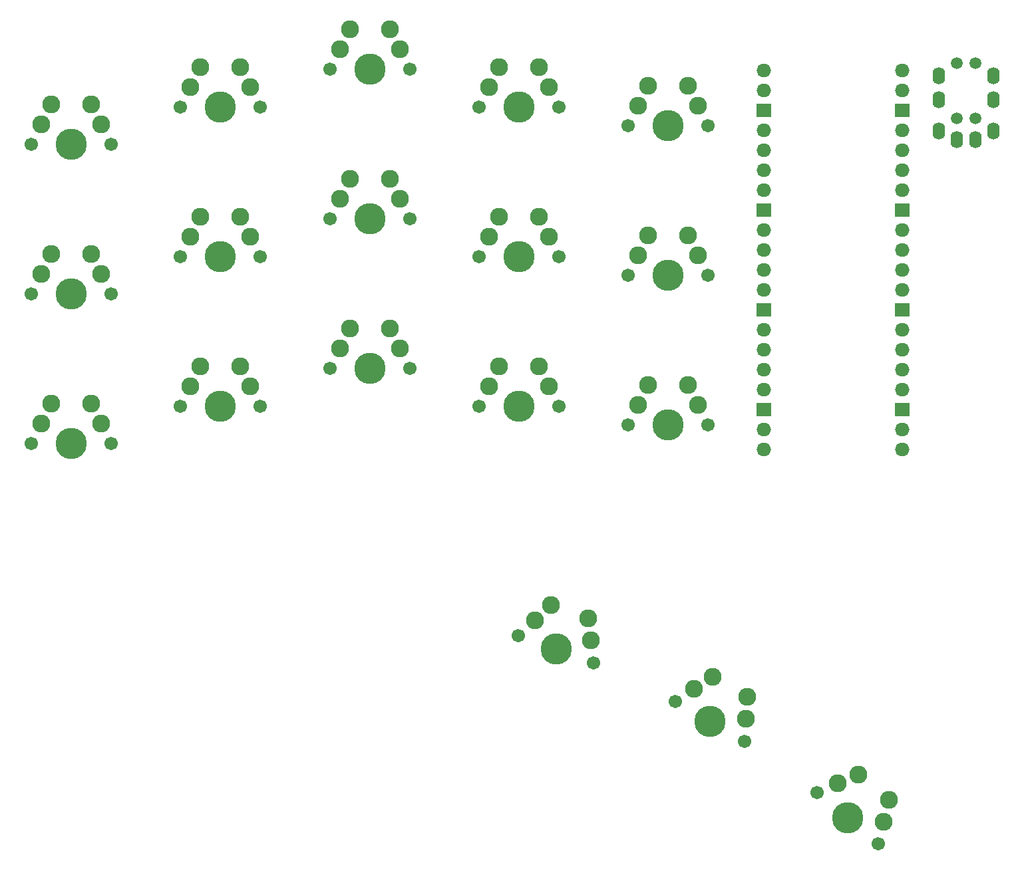
<source format=gts>
%TF.GenerationSoftware,KiCad,Pcbnew,7.0.1*%
%TF.CreationDate,2023-03-26T02:24:17-04:00*%
%TF.ProjectId,giraffe36_pcb_routed,67697261-6666-4653-9336-5f7063625f72,v1.0.0*%
%TF.SameCoordinates,Original*%
%TF.FileFunction,Soldermask,Top*%
%TF.FilePolarity,Negative*%
%FSLAX46Y46*%
G04 Gerber Fmt 4.6, Leading zero omitted, Abs format (unit mm)*
G04 Created by KiCad (PCBNEW 7.0.1) date 2023-03-26 02:24:17*
%MOMM*%
%LPD*%
G01*
G04 APERTURE LIST*
%ADD10C,3.987800*%
%ADD11C,1.701800*%
%ADD12C,2.286000*%
%ADD13O,1.840000X1.700000*%
%ADD14R,1.840000X1.700000*%
%ADD15C,1.500000*%
%ADD16O,1.600000X2.200000*%
G04 APERTURE END LIST*
D10*
%TO.C,S1*%
X152400000Y-152400000D03*
D11*
X157480000Y-152400000D03*
X147320000Y-152400000D03*
D12*
X154940000Y-147320000D03*
X148590000Y-149860000D03*
X149860000Y-147320000D03*
X156210000Y-149860000D03*
%TD*%
D10*
%TO.C,S2*%
X152400000Y-133350000D03*
D11*
X157480000Y-133350000D03*
X147320000Y-133350000D03*
D12*
X154940000Y-128270000D03*
X148590000Y-130810000D03*
X149860000Y-128270000D03*
X156210000Y-130810000D03*
%TD*%
D10*
%TO.C,S3*%
X152400000Y-114300000D03*
D11*
X157480000Y-114300000D03*
X147320000Y-114300000D03*
D12*
X154940000Y-109220000D03*
X148590000Y-111760000D03*
X149860000Y-109220000D03*
X156210000Y-111760000D03*
%TD*%
D10*
%TO.C,S4*%
X171400000Y-147637500D03*
D11*
X176480000Y-147637500D03*
X166320000Y-147637500D03*
D12*
X173940000Y-142557500D03*
X167590000Y-145097500D03*
X168860000Y-142557500D03*
X175210000Y-145097500D03*
%TD*%
D10*
%TO.C,S5*%
X171400000Y-128587500D03*
D11*
X176480000Y-128587500D03*
X166320000Y-128587500D03*
D12*
X173940000Y-123507500D03*
X167590000Y-126047500D03*
X168860000Y-123507500D03*
X175210000Y-126047500D03*
%TD*%
D10*
%TO.C,S6*%
X171400000Y-109537500D03*
D11*
X176480000Y-109537500D03*
X166320000Y-109537500D03*
D12*
X173940000Y-104457500D03*
X167590000Y-106997500D03*
X168860000Y-104457500D03*
X175210000Y-106997500D03*
%TD*%
D10*
%TO.C,S7*%
X190400000Y-142875000D03*
D11*
X195480000Y-142875000D03*
X185320000Y-142875000D03*
D12*
X192940000Y-137795000D03*
X186590000Y-140335000D03*
X187860000Y-137795000D03*
X194210000Y-140335000D03*
%TD*%
D10*
%TO.C,S8*%
X190400000Y-123825000D03*
D11*
X195480000Y-123825000D03*
X185320000Y-123825000D03*
D12*
X192940000Y-118745000D03*
X186590000Y-121285000D03*
X187860000Y-118745000D03*
X194210000Y-121285000D03*
%TD*%
D10*
%TO.C,S9*%
X190400000Y-104775000D03*
D11*
X195480000Y-104775000D03*
X185320000Y-104775000D03*
D12*
X192940000Y-99695000D03*
X186590000Y-102235000D03*
X187860000Y-99695000D03*
X194210000Y-102235000D03*
%TD*%
D10*
%TO.C,S10*%
X209400000Y-147637500D03*
D11*
X214480000Y-147637500D03*
X204320000Y-147637500D03*
D12*
X211940000Y-142557500D03*
X205590000Y-145097500D03*
X206860000Y-142557500D03*
X213210000Y-145097500D03*
%TD*%
D10*
%TO.C,S11*%
X209400000Y-128587500D03*
D11*
X214480000Y-128587500D03*
X204320000Y-128587500D03*
D12*
X211940000Y-123507500D03*
X205590000Y-126047500D03*
X206860000Y-123507500D03*
X213210000Y-126047500D03*
%TD*%
D10*
%TO.C,S12*%
X209400000Y-109537500D03*
D11*
X214480000Y-109537500D03*
X204320000Y-109537500D03*
D12*
X211940000Y-104457500D03*
X205590000Y-106997500D03*
X206860000Y-104457500D03*
X213210000Y-106997500D03*
%TD*%
D10*
%TO.C,S13*%
X228400000Y-150018750D03*
D11*
X233480000Y-150018750D03*
X223320000Y-150018750D03*
D12*
X230940000Y-144938750D03*
X224590000Y-147478750D03*
X225860000Y-144938750D03*
X232210000Y-147478750D03*
%TD*%
D10*
%TO.C,S14*%
X228400000Y-130968750D03*
D11*
X233480000Y-130968750D03*
X223320000Y-130968750D03*
D12*
X230940000Y-125888750D03*
X224590000Y-128428750D03*
X225860000Y-125888750D03*
X232210000Y-128428750D03*
%TD*%
D10*
%TO.C,S15*%
X228400000Y-111918750D03*
D11*
X233480000Y-111918750D03*
X223320000Y-111918750D03*
D12*
X230940000Y-106838750D03*
X224590000Y-109378750D03*
X225860000Y-106838750D03*
X232210000Y-109378750D03*
%TD*%
D10*
%TO.C,S16*%
X214112500Y-178593750D03*
D11*
X218886139Y-180331212D03*
X209338861Y-176856288D03*
D12*
X218236782Y-174688843D03*
X211401002Y-174903834D03*
X213463143Y-172951380D03*
X218561460Y-177510027D03*
%TD*%
D10*
%TO.C,S17*%
X233726952Y-187758217D03*
D11*
X238126361Y-190298217D03*
X229327543Y-185218217D03*
D12*
X238466657Y-184628808D03*
X231697395Y-183653512D03*
X234067247Y-182088808D03*
X238296509Y-187463512D03*
%TD*%
D10*
%TO.C,S18*%
X251268449Y-200089807D03*
D11*
X255159955Y-203355168D03*
X247376943Y-196824446D03*
D12*
X256479563Y-197830982D03*
X249982500Y-195695033D03*
X252588057Y-194565621D03*
X255819759Y-200593075D03*
%TD*%
D13*
%TO.C,U0*%
X240535000Y-104933750D03*
X240535000Y-107473750D03*
D14*
X240535000Y-110013750D03*
D13*
X240535000Y-112553750D03*
X240535000Y-115093750D03*
X240535000Y-117633750D03*
X240535000Y-120173750D03*
D14*
X240535000Y-122713750D03*
D13*
X240535000Y-125253750D03*
X240535000Y-127793750D03*
X240535000Y-130333750D03*
X240535000Y-132873750D03*
D14*
X240535000Y-135413750D03*
D13*
X240535000Y-137953750D03*
X240535000Y-140493750D03*
X240535000Y-143033750D03*
X240535000Y-145573750D03*
D14*
X240535000Y-148113750D03*
D13*
X240535000Y-150653750D03*
X240535000Y-153193750D03*
X258175000Y-153193750D03*
X258175000Y-150653750D03*
D14*
X258175000Y-148113750D03*
D13*
X258175000Y-145573750D03*
X258175000Y-143033750D03*
X258175000Y-140493750D03*
X258175000Y-137953750D03*
D14*
X258175000Y-135413750D03*
D13*
X258175000Y-132873750D03*
X258175000Y-130333750D03*
X258175000Y-127793750D03*
X258175000Y-125253750D03*
D14*
X258175000Y-122713750D03*
D13*
X258175000Y-120173750D03*
X258175000Y-117633750D03*
X258175000Y-115093750D03*
X258175000Y-112553750D03*
D14*
X258175000Y-110013750D03*
D13*
X258175000Y-107473750D03*
X258175000Y-104933750D03*
%TD*%
D15*
%TO.C,TRRS1*%
X265152500Y-110993750D03*
X265152500Y-103993750D03*
X267452500Y-110993750D03*
X267452500Y-103993750D03*
D16*
X265152500Y-113693750D03*
X269752500Y-112593750D03*
X269752500Y-108593750D03*
X269752500Y-105593750D03*
X267452500Y-113693750D03*
X262852500Y-112593750D03*
X262852500Y-108593750D03*
X262852500Y-105593750D03*
%TD*%
M02*

</source>
